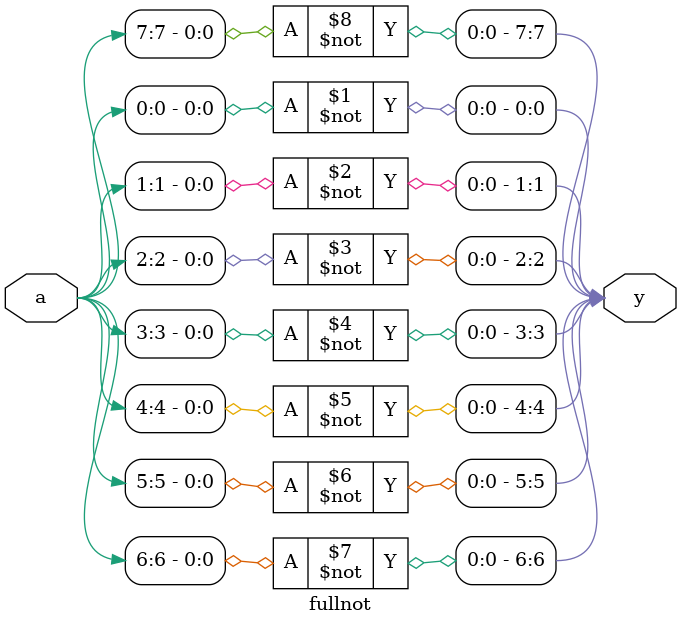
<source format=v>
`timescale 1ps/1ps
module fullnot(input[7:0]a, output [7:0]y);
assign #1 y[0] = ~a[0];
assign #1 y[1] = ~a[1];
assign #1 y[2] = ~a[2];
assign #1 y[3] = ~a[3];
assign #1 y[4] = ~a[4];
assign #1 y[5] = ~a[5];
assign #1 y[6] = ~a[6];
assign #1 y[7] = ~a[7];
endmodule
</source>
